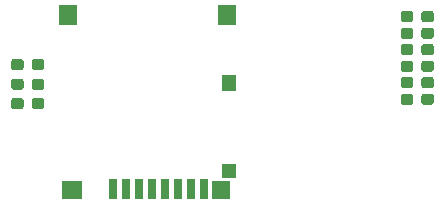
<source format=gbr>
G04 #@! TF.GenerationSoftware,KiCad,Pcbnew,(5.1.2)-1*
G04 #@! TF.CreationDate,2019-05-30T13:03:44-04:00*
G04 #@! TF.ProjectId,ZeroPilot,5a65726f-5069-46c6-9f74-2e6b69636164,rev?*
G04 #@! TF.SameCoordinates,Original*
G04 #@! TF.FileFunction,Paste,Bot*
G04 #@! TF.FilePolarity,Positive*
%FSLAX46Y46*%
G04 Gerber Fmt 4.6, Leading zero omitted, Abs format (unit mm)*
G04 Created by KiCad (PCBNEW (5.1.2)-1) date 2019-05-30 13:03:44*
%MOMM*%
%LPD*%
G04 APERTURE LIST*
%ADD10C,0.100000*%
%ADD11C,0.950000*%
%ADD12R,0.800100X1.678940*%
%ADD13R,1.290320X1.300480*%
%ADD14R,1.501140X1.699260*%
%ADD15R,1.699260X1.501140*%
%ADD16R,1.290320X1.399540*%
%ADD17R,1.600200X1.501140*%
G04 APERTURE END LIST*
D10*
G36*
X79925779Y-106600144D02*
G01*
X79948834Y-106603563D01*
X79971443Y-106609227D01*
X79993387Y-106617079D01*
X80014457Y-106627044D01*
X80034448Y-106639026D01*
X80053168Y-106652910D01*
X80070438Y-106668562D01*
X80086090Y-106685832D01*
X80099974Y-106704552D01*
X80111956Y-106724543D01*
X80121921Y-106745613D01*
X80129773Y-106767557D01*
X80135437Y-106790166D01*
X80138856Y-106813221D01*
X80140000Y-106836500D01*
X80140000Y-107311500D01*
X80138856Y-107334779D01*
X80135437Y-107357834D01*
X80129773Y-107380443D01*
X80121921Y-107402387D01*
X80111956Y-107423457D01*
X80099974Y-107443448D01*
X80086090Y-107462168D01*
X80070438Y-107479438D01*
X80053168Y-107495090D01*
X80034448Y-107508974D01*
X80014457Y-107520956D01*
X79993387Y-107530921D01*
X79971443Y-107538773D01*
X79948834Y-107544437D01*
X79925779Y-107547856D01*
X79902500Y-107549000D01*
X79327500Y-107549000D01*
X79304221Y-107547856D01*
X79281166Y-107544437D01*
X79258557Y-107538773D01*
X79236613Y-107530921D01*
X79215543Y-107520956D01*
X79195552Y-107508974D01*
X79176832Y-107495090D01*
X79159562Y-107479438D01*
X79143910Y-107462168D01*
X79130026Y-107443448D01*
X79118044Y-107423457D01*
X79108079Y-107402387D01*
X79100227Y-107380443D01*
X79094563Y-107357834D01*
X79091144Y-107334779D01*
X79090000Y-107311500D01*
X79090000Y-106836500D01*
X79091144Y-106813221D01*
X79094563Y-106790166D01*
X79100227Y-106767557D01*
X79108079Y-106745613D01*
X79118044Y-106724543D01*
X79130026Y-106704552D01*
X79143910Y-106685832D01*
X79159562Y-106668562D01*
X79176832Y-106652910D01*
X79195552Y-106639026D01*
X79215543Y-106627044D01*
X79236613Y-106617079D01*
X79258557Y-106609227D01*
X79281166Y-106603563D01*
X79304221Y-106600144D01*
X79327500Y-106599000D01*
X79902500Y-106599000D01*
X79925779Y-106600144D01*
X79925779Y-106600144D01*
G37*
D11*
X79615000Y-107074000D03*
D10*
G36*
X78175779Y-106600144D02*
G01*
X78198834Y-106603563D01*
X78221443Y-106609227D01*
X78243387Y-106617079D01*
X78264457Y-106627044D01*
X78284448Y-106639026D01*
X78303168Y-106652910D01*
X78320438Y-106668562D01*
X78336090Y-106685832D01*
X78349974Y-106704552D01*
X78361956Y-106724543D01*
X78371921Y-106745613D01*
X78379773Y-106767557D01*
X78385437Y-106790166D01*
X78388856Y-106813221D01*
X78390000Y-106836500D01*
X78390000Y-107311500D01*
X78388856Y-107334779D01*
X78385437Y-107357834D01*
X78379773Y-107380443D01*
X78371921Y-107402387D01*
X78361956Y-107423457D01*
X78349974Y-107443448D01*
X78336090Y-107462168D01*
X78320438Y-107479438D01*
X78303168Y-107495090D01*
X78284448Y-107508974D01*
X78264457Y-107520956D01*
X78243387Y-107530921D01*
X78221443Y-107538773D01*
X78198834Y-107544437D01*
X78175779Y-107547856D01*
X78152500Y-107549000D01*
X77577500Y-107549000D01*
X77554221Y-107547856D01*
X77531166Y-107544437D01*
X77508557Y-107538773D01*
X77486613Y-107530921D01*
X77465543Y-107520956D01*
X77445552Y-107508974D01*
X77426832Y-107495090D01*
X77409562Y-107479438D01*
X77393910Y-107462168D01*
X77380026Y-107443448D01*
X77368044Y-107423457D01*
X77358079Y-107402387D01*
X77350227Y-107380443D01*
X77344563Y-107357834D01*
X77341144Y-107334779D01*
X77340000Y-107311500D01*
X77340000Y-106836500D01*
X77341144Y-106813221D01*
X77344563Y-106790166D01*
X77350227Y-106767557D01*
X77358079Y-106745613D01*
X77368044Y-106724543D01*
X77380026Y-106704552D01*
X77393910Y-106685832D01*
X77409562Y-106668562D01*
X77426832Y-106652910D01*
X77445552Y-106639026D01*
X77465543Y-106627044D01*
X77486613Y-106617079D01*
X77508557Y-106609227D01*
X77531166Y-106603563D01*
X77554221Y-106600144D01*
X77577500Y-106599000D01*
X78152500Y-106599000D01*
X78175779Y-106600144D01*
X78175779Y-106600144D01*
G37*
D11*
X77865000Y-107074000D03*
D10*
G36*
X79925779Y-108238144D02*
G01*
X79948834Y-108241563D01*
X79971443Y-108247227D01*
X79993387Y-108255079D01*
X80014457Y-108265044D01*
X80034448Y-108277026D01*
X80053168Y-108290910D01*
X80070438Y-108306562D01*
X80086090Y-108323832D01*
X80099974Y-108342552D01*
X80111956Y-108362543D01*
X80121921Y-108383613D01*
X80129773Y-108405557D01*
X80135437Y-108428166D01*
X80138856Y-108451221D01*
X80140000Y-108474500D01*
X80140000Y-108949500D01*
X80138856Y-108972779D01*
X80135437Y-108995834D01*
X80129773Y-109018443D01*
X80121921Y-109040387D01*
X80111956Y-109061457D01*
X80099974Y-109081448D01*
X80086090Y-109100168D01*
X80070438Y-109117438D01*
X80053168Y-109133090D01*
X80034448Y-109146974D01*
X80014457Y-109158956D01*
X79993387Y-109168921D01*
X79971443Y-109176773D01*
X79948834Y-109182437D01*
X79925779Y-109185856D01*
X79902500Y-109187000D01*
X79327500Y-109187000D01*
X79304221Y-109185856D01*
X79281166Y-109182437D01*
X79258557Y-109176773D01*
X79236613Y-109168921D01*
X79215543Y-109158956D01*
X79195552Y-109146974D01*
X79176832Y-109133090D01*
X79159562Y-109117438D01*
X79143910Y-109100168D01*
X79130026Y-109081448D01*
X79118044Y-109061457D01*
X79108079Y-109040387D01*
X79100227Y-109018443D01*
X79094563Y-108995834D01*
X79091144Y-108972779D01*
X79090000Y-108949500D01*
X79090000Y-108474500D01*
X79091144Y-108451221D01*
X79094563Y-108428166D01*
X79100227Y-108405557D01*
X79108079Y-108383613D01*
X79118044Y-108362543D01*
X79130026Y-108342552D01*
X79143910Y-108323832D01*
X79159562Y-108306562D01*
X79176832Y-108290910D01*
X79195552Y-108277026D01*
X79215543Y-108265044D01*
X79236613Y-108255079D01*
X79258557Y-108247227D01*
X79281166Y-108241563D01*
X79304221Y-108238144D01*
X79327500Y-108237000D01*
X79902500Y-108237000D01*
X79925779Y-108238144D01*
X79925779Y-108238144D01*
G37*
D11*
X79615000Y-108712000D03*
D10*
G36*
X78175779Y-108238144D02*
G01*
X78198834Y-108241563D01*
X78221443Y-108247227D01*
X78243387Y-108255079D01*
X78264457Y-108265044D01*
X78284448Y-108277026D01*
X78303168Y-108290910D01*
X78320438Y-108306562D01*
X78336090Y-108323832D01*
X78349974Y-108342552D01*
X78361956Y-108362543D01*
X78371921Y-108383613D01*
X78379773Y-108405557D01*
X78385437Y-108428166D01*
X78388856Y-108451221D01*
X78390000Y-108474500D01*
X78390000Y-108949500D01*
X78388856Y-108972779D01*
X78385437Y-108995834D01*
X78379773Y-109018443D01*
X78371921Y-109040387D01*
X78361956Y-109061457D01*
X78349974Y-109081448D01*
X78336090Y-109100168D01*
X78320438Y-109117438D01*
X78303168Y-109133090D01*
X78284448Y-109146974D01*
X78264457Y-109158956D01*
X78243387Y-109168921D01*
X78221443Y-109176773D01*
X78198834Y-109182437D01*
X78175779Y-109185856D01*
X78152500Y-109187000D01*
X77577500Y-109187000D01*
X77554221Y-109185856D01*
X77531166Y-109182437D01*
X77508557Y-109176773D01*
X77486613Y-109168921D01*
X77465543Y-109158956D01*
X77445552Y-109146974D01*
X77426832Y-109133090D01*
X77409562Y-109117438D01*
X77393910Y-109100168D01*
X77380026Y-109081448D01*
X77368044Y-109061457D01*
X77358079Y-109040387D01*
X77350227Y-109018443D01*
X77344563Y-108995834D01*
X77341144Y-108972779D01*
X77340000Y-108949500D01*
X77340000Y-108474500D01*
X77341144Y-108451221D01*
X77344563Y-108428166D01*
X77350227Y-108405557D01*
X77358079Y-108383613D01*
X77368044Y-108362543D01*
X77380026Y-108342552D01*
X77393910Y-108323832D01*
X77409562Y-108306562D01*
X77426832Y-108290910D01*
X77445552Y-108277026D01*
X77465543Y-108265044D01*
X77486613Y-108255079D01*
X77508557Y-108247227D01*
X77531166Y-108241563D01*
X77554221Y-108238144D01*
X77577500Y-108237000D01*
X78152500Y-108237000D01*
X78175779Y-108238144D01*
X78175779Y-108238144D01*
G37*
D11*
X77865000Y-108712000D03*
D10*
G36*
X79925779Y-104936144D02*
G01*
X79948834Y-104939563D01*
X79971443Y-104945227D01*
X79993387Y-104953079D01*
X80014457Y-104963044D01*
X80034448Y-104975026D01*
X80053168Y-104988910D01*
X80070438Y-105004562D01*
X80086090Y-105021832D01*
X80099974Y-105040552D01*
X80111956Y-105060543D01*
X80121921Y-105081613D01*
X80129773Y-105103557D01*
X80135437Y-105126166D01*
X80138856Y-105149221D01*
X80140000Y-105172500D01*
X80140000Y-105647500D01*
X80138856Y-105670779D01*
X80135437Y-105693834D01*
X80129773Y-105716443D01*
X80121921Y-105738387D01*
X80111956Y-105759457D01*
X80099974Y-105779448D01*
X80086090Y-105798168D01*
X80070438Y-105815438D01*
X80053168Y-105831090D01*
X80034448Y-105844974D01*
X80014457Y-105856956D01*
X79993387Y-105866921D01*
X79971443Y-105874773D01*
X79948834Y-105880437D01*
X79925779Y-105883856D01*
X79902500Y-105885000D01*
X79327500Y-105885000D01*
X79304221Y-105883856D01*
X79281166Y-105880437D01*
X79258557Y-105874773D01*
X79236613Y-105866921D01*
X79215543Y-105856956D01*
X79195552Y-105844974D01*
X79176832Y-105831090D01*
X79159562Y-105815438D01*
X79143910Y-105798168D01*
X79130026Y-105779448D01*
X79118044Y-105759457D01*
X79108079Y-105738387D01*
X79100227Y-105716443D01*
X79094563Y-105693834D01*
X79091144Y-105670779D01*
X79090000Y-105647500D01*
X79090000Y-105172500D01*
X79091144Y-105149221D01*
X79094563Y-105126166D01*
X79100227Y-105103557D01*
X79108079Y-105081613D01*
X79118044Y-105060543D01*
X79130026Y-105040552D01*
X79143910Y-105021832D01*
X79159562Y-105004562D01*
X79176832Y-104988910D01*
X79195552Y-104975026D01*
X79215543Y-104963044D01*
X79236613Y-104953079D01*
X79258557Y-104945227D01*
X79281166Y-104939563D01*
X79304221Y-104936144D01*
X79327500Y-104935000D01*
X79902500Y-104935000D01*
X79925779Y-104936144D01*
X79925779Y-104936144D01*
G37*
D11*
X79615000Y-105410000D03*
D10*
G36*
X78175779Y-104936144D02*
G01*
X78198834Y-104939563D01*
X78221443Y-104945227D01*
X78243387Y-104953079D01*
X78264457Y-104963044D01*
X78284448Y-104975026D01*
X78303168Y-104988910D01*
X78320438Y-105004562D01*
X78336090Y-105021832D01*
X78349974Y-105040552D01*
X78361956Y-105060543D01*
X78371921Y-105081613D01*
X78379773Y-105103557D01*
X78385437Y-105126166D01*
X78388856Y-105149221D01*
X78390000Y-105172500D01*
X78390000Y-105647500D01*
X78388856Y-105670779D01*
X78385437Y-105693834D01*
X78379773Y-105716443D01*
X78371921Y-105738387D01*
X78361956Y-105759457D01*
X78349974Y-105779448D01*
X78336090Y-105798168D01*
X78320438Y-105815438D01*
X78303168Y-105831090D01*
X78284448Y-105844974D01*
X78264457Y-105856956D01*
X78243387Y-105866921D01*
X78221443Y-105874773D01*
X78198834Y-105880437D01*
X78175779Y-105883856D01*
X78152500Y-105885000D01*
X77577500Y-105885000D01*
X77554221Y-105883856D01*
X77531166Y-105880437D01*
X77508557Y-105874773D01*
X77486613Y-105866921D01*
X77465543Y-105856956D01*
X77445552Y-105844974D01*
X77426832Y-105831090D01*
X77409562Y-105815438D01*
X77393910Y-105798168D01*
X77380026Y-105779448D01*
X77368044Y-105759457D01*
X77358079Y-105738387D01*
X77350227Y-105716443D01*
X77344563Y-105693834D01*
X77341144Y-105670779D01*
X77340000Y-105647500D01*
X77340000Y-105172500D01*
X77341144Y-105149221D01*
X77344563Y-105126166D01*
X77350227Y-105103557D01*
X77358079Y-105081613D01*
X77368044Y-105060543D01*
X77380026Y-105040552D01*
X77393910Y-105021832D01*
X77409562Y-105004562D01*
X77426832Y-104988910D01*
X77445552Y-104975026D01*
X77465543Y-104963044D01*
X77486613Y-104953079D01*
X77508557Y-104945227D01*
X77531166Y-104939563D01*
X77554221Y-104936144D01*
X77577500Y-104935000D01*
X78152500Y-104935000D01*
X78175779Y-104936144D01*
X78175779Y-104936144D01*
G37*
D11*
X77865000Y-105410000D03*
D10*
G36*
X112907779Y-102282144D02*
G01*
X112930834Y-102285563D01*
X112953443Y-102291227D01*
X112975387Y-102299079D01*
X112996457Y-102309044D01*
X113016448Y-102321026D01*
X113035168Y-102334910D01*
X113052438Y-102350562D01*
X113068090Y-102367832D01*
X113081974Y-102386552D01*
X113093956Y-102406543D01*
X113103921Y-102427613D01*
X113111773Y-102449557D01*
X113117437Y-102472166D01*
X113120856Y-102495221D01*
X113122000Y-102518500D01*
X113122000Y-102993500D01*
X113120856Y-103016779D01*
X113117437Y-103039834D01*
X113111773Y-103062443D01*
X113103921Y-103084387D01*
X113093956Y-103105457D01*
X113081974Y-103125448D01*
X113068090Y-103144168D01*
X113052438Y-103161438D01*
X113035168Y-103177090D01*
X113016448Y-103190974D01*
X112996457Y-103202956D01*
X112975387Y-103212921D01*
X112953443Y-103220773D01*
X112930834Y-103226437D01*
X112907779Y-103229856D01*
X112884500Y-103231000D01*
X112309500Y-103231000D01*
X112286221Y-103229856D01*
X112263166Y-103226437D01*
X112240557Y-103220773D01*
X112218613Y-103212921D01*
X112197543Y-103202956D01*
X112177552Y-103190974D01*
X112158832Y-103177090D01*
X112141562Y-103161438D01*
X112125910Y-103144168D01*
X112112026Y-103125448D01*
X112100044Y-103105457D01*
X112090079Y-103084387D01*
X112082227Y-103062443D01*
X112076563Y-103039834D01*
X112073144Y-103016779D01*
X112072000Y-102993500D01*
X112072000Y-102518500D01*
X112073144Y-102495221D01*
X112076563Y-102472166D01*
X112082227Y-102449557D01*
X112090079Y-102427613D01*
X112100044Y-102406543D01*
X112112026Y-102386552D01*
X112125910Y-102367832D01*
X112141562Y-102350562D01*
X112158832Y-102334910D01*
X112177552Y-102321026D01*
X112197543Y-102309044D01*
X112218613Y-102299079D01*
X112240557Y-102291227D01*
X112263166Y-102285563D01*
X112286221Y-102282144D01*
X112309500Y-102281000D01*
X112884500Y-102281000D01*
X112907779Y-102282144D01*
X112907779Y-102282144D01*
G37*
D11*
X112597000Y-102756000D03*
D10*
G36*
X111157779Y-102282144D02*
G01*
X111180834Y-102285563D01*
X111203443Y-102291227D01*
X111225387Y-102299079D01*
X111246457Y-102309044D01*
X111266448Y-102321026D01*
X111285168Y-102334910D01*
X111302438Y-102350562D01*
X111318090Y-102367832D01*
X111331974Y-102386552D01*
X111343956Y-102406543D01*
X111353921Y-102427613D01*
X111361773Y-102449557D01*
X111367437Y-102472166D01*
X111370856Y-102495221D01*
X111372000Y-102518500D01*
X111372000Y-102993500D01*
X111370856Y-103016779D01*
X111367437Y-103039834D01*
X111361773Y-103062443D01*
X111353921Y-103084387D01*
X111343956Y-103105457D01*
X111331974Y-103125448D01*
X111318090Y-103144168D01*
X111302438Y-103161438D01*
X111285168Y-103177090D01*
X111266448Y-103190974D01*
X111246457Y-103202956D01*
X111225387Y-103212921D01*
X111203443Y-103220773D01*
X111180834Y-103226437D01*
X111157779Y-103229856D01*
X111134500Y-103231000D01*
X110559500Y-103231000D01*
X110536221Y-103229856D01*
X110513166Y-103226437D01*
X110490557Y-103220773D01*
X110468613Y-103212921D01*
X110447543Y-103202956D01*
X110427552Y-103190974D01*
X110408832Y-103177090D01*
X110391562Y-103161438D01*
X110375910Y-103144168D01*
X110362026Y-103125448D01*
X110350044Y-103105457D01*
X110340079Y-103084387D01*
X110332227Y-103062443D01*
X110326563Y-103039834D01*
X110323144Y-103016779D01*
X110322000Y-102993500D01*
X110322000Y-102518500D01*
X110323144Y-102495221D01*
X110326563Y-102472166D01*
X110332227Y-102449557D01*
X110340079Y-102427613D01*
X110350044Y-102406543D01*
X110362026Y-102386552D01*
X110375910Y-102367832D01*
X110391562Y-102350562D01*
X110408832Y-102334910D01*
X110427552Y-102321026D01*
X110447543Y-102309044D01*
X110468613Y-102299079D01*
X110490557Y-102291227D01*
X110513166Y-102285563D01*
X110536221Y-102282144D01*
X110559500Y-102281000D01*
X111134500Y-102281000D01*
X111157779Y-102282144D01*
X111157779Y-102282144D01*
G37*
D11*
X110847000Y-102756000D03*
D10*
G36*
X111157779Y-100885144D02*
G01*
X111180834Y-100888563D01*
X111203443Y-100894227D01*
X111225387Y-100902079D01*
X111246457Y-100912044D01*
X111266448Y-100924026D01*
X111285168Y-100937910D01*
X111302438Y-100953562D01*
X111318090Y-100970832D01*
X111331974Y-100989552D01*
X111343956Y-101009543D01*
X111353921Y-101030613D01*
X111361773Y-101052557D01*
X111367437Y-101075166D01*
X111370856Y-101098221D01*
X111372000Y-101121500D01*
X111372000Y-101596500D01*
X111370856Y-101619779D01*
X111367437Y-101642834D01*
X111361773Y-101665443D01*
X111353921Y-101687387D01*
X111343956Y-101708457D01*
X111331974Y-101728448D01*
X111318090Y-101747168D01*
X111302438Y-101764438D01*
X111285168Y-101780090D01*
X111266448Y-101793974D01*
X111246457Y-101805956D01*
X111225387Y-101815921D01*
X111203443Y-101823773D01*
X111180834Y-101829437D01*
X111157779Y-101832856D01*
X111134500Y-101834000D01*
X110559500Y-101834000D01*
X110536221Y-101832856D01*
X110513166Y-101829437D01*
X110490557Y-101823773D01*
X110468613Y-101815921D01*
X110447543Y-101805956D01*
X110427552Y-101793974D01*
X110408832Y-101780090D01*
X110391562Y-101764438D01*
X110375910Y-101747168D01*
X110362026Y-101728448D01*
X110350044Y-101708457D01*
X110340079Y-101687387D01*
X110332227Y-101665443D01*
X110326563Y-101642834D01*
X110323144Y-101619779D01*
X110322000Y-101596500D01*
X110322000Y-101121500D01*
X110323144Y-101098221D01*
X110326563Y-101075166D01*
X110332227Y-101052557D01*
X110340079Y-101030613D01*
X110350044Y-101009543D01*
X110362026Y-100989552D01*
X110375910Y-100970832D01*
X110391562Y-100953562D01*
X110408832Y-100937910D01*
X110427552Y-100924026D01*
X110447543Y-100912044D01*
X110468613Y-100902079D01*
X110490557Y-100894227D01*
X110513166Y-100888563D01*
X110536221Y-100885144D01*
X110559500Y-100884000D01*
X111134500Y-100884000D01*
X111157779Y-100885144D01*
X111157779Y-100885144D01*
G37*
D11*
X110847000Y-101359000D03*
D10*
G36*
X112907779Y-100885144D02*
G01*
X112930834Y-100888563D01*
X112953443Y-100894227D01*
X112975387Y-100902079D01*
X112996457Y-100912044D01*
X113016448Y-100924026D01*
X113035168Y-100937910D01*
X113052438Y-100953562D01*
X113068090Y-100970832D01*
X113081974Y-100989552D01*
X113093956Y-101009543D01*
X113103921Y-101030613D01*
X113111773Y-101052557D01*
X113117437Y-101075166D01*
X113120856Y-101098221D01*
X113122000Y-101121500D01*
X113122000Y-101596500D01*
X113120856Y-101619779D01*
X113117437Y-101642834D01*
X113111773Y-101665443D01*
X113103921Y-101687387D01*
X113093956Y-101708457D01*
X113081974Y-101728448D01*
X113068090Y-101747168D01*
X113052438Y-101764438D01*
X113035168Y-101780090D01*
X113016448Y-101793974D01*
X112996457Y-101805956D01*
X112975387Y-101815921D01*
X112953443Y-101823773D01*
X112930834Y-101829437D01*
X112907779Y-101832856D01*
X112884500Y-101834000D01*
X112309500Y-101834000D01*
X112286221Y-101832856D01*
X112263166Y-101829437D01*
X112240557Y-101823773D01*
X112218613Y-101815921D01*
X112197543Y-101805956D01*
X112177552Y-101793974D01*
X112158832Y-101780090D01*
X112141562Y-101764438D01*
X112125910Y-101747168D01*
X112112026Y-101728448D01*
X112100044Y-101708457D01*
X112090079Y-101687387D01*
X112082227Y-101665443D01*
X112076563Y-101642834D01*
X112073144Y-101619779D01*
X112072000Y-101596500D01*
X112072000Y-101121500D01*
X112073144Y-101098221D01*
X112076563Y-101075166D01*
X112082227Y-101052557D01*
X112090079Y-101030613D01*
X112100044Y-101009543D01*
X112112026Y-100989552D01*
X112125910Y-100970832D01*
X112141562Y-100953562D01*
X112158832Y-100937910D01*
X112177552Y-100924026D01*
X112197543Y-100912044D01*
X112218613Y-100902079D01*
X112240557Y-100894227D01*
X112263166Y-100888563D01*
X112286221Y-100885144D01*
X112309500Y-100884000D01*
X112884500Y-100884000D01*
X112907779Y-100885144D01*
X112907779Y-100885144D01*
G37*
D11*
X112597000Y-101359000D03*
D10*
G36*
X112907779Y-105076144D02*
G01*
X112930834Y-105079563D01*
X112953443Y-105085227D01*
X112975387Y-105093079D01*
X112996457Y-105103044D01*
X113016448Y-105115026D01*
X113035168Y-105128910D01*
X113052438Y-105144562D01*
X113068090Y-105161832D01*
X113081974Y-105180552D01*
X113093956Y-105200543D01*
X113103921Y-105221613D01*
X113111773Y-105243557D01*
X113117437Y-105266166D01*
X113120856Y-105289221D01*
X113122000Y-105312500D01*
X113122000Y-105787500D01*
X113120856Y-105810779D01*
X113117437Y-105833834D01*
X113111773Y-105856443D01*
X113103921Y-105878387D01*
X113093956Y-105899457D01*
X113081974Y-105919448D01*
X113068090Y-105938168D01*
X113052438Y-105955438D01*
X113035168Y-105971090D01*
X113016448Y-105984974D01*
X112996457Y-105996956D01*
X112975387Y-106006921D01*
X112953443Y-106014773D01*
X112930834Y-106020437D01*
X112907779Y-106023856D01*
X112884500Y-106025000D01*
X112309500Y-106025000D01*
X112286221Y-106023856D01*
X112263166Y-106020437D01*
X112240557Y-106014773D01*
X112218613Y-106006921D01*
X112197543Y-105996956D01*
X112177552Y-105984974D01*
X112158832Y-105971090D01*
X112141562Y-105955438D01*
X112125910Y-105938168D01*
X112112026Y-105919448D01*
X112100044Y-105899457D01*
X112090079Y-105878387D01*
X112082227Y-105856443D01*
X112076563Y-105833834D01*
X112073144Y-105810779D01*
X112072000Y-105787500D01*
X112072000Y-105312500D01*
X112073144Y-105289221D01*
X112076563Y-105266166D01*
X112082227Y-105243557D01*
X112090079Y-105221613D01*
X112100044Y-105200543D01*
X112112026Y-105180552D01*
X112125910Y-105161832D01*
X112141562Y-105144562D01*
X112158832Y-105128910D01*
X112177552Y-105115026D01*
X112197543Y-105103044D01*
X112218613Y-105093079D01*
X112240557Y-105085227D01*
X112263166Y-105079563D01*
X112286221Y-105076144D01*
X112309500Y-105075000D01*
X112884500Y-105075000D01*
X112907779Y-105076144D01*
X112907779Y-105076144D01*
G37*
D11*
X112597000Y-105550000D03*
D10*
G36*
X111157779Y-105076144D02*
G01*
X111180834Y-105079563D01*
X111203443Y-105085227D01*
X111225387Y-105093079D01*
X111246457Y-105103044D01*
X111266448Y-105115026D01*
X111285168Y-105128910D01*
X111302438Y-105144562D01*
X111318090Y-105161832D01*
X111331974Y-105180552D01*
X111343956Y-105200543D01*
X111353921Y-105221613D01*
X111361773Y-105243557D01*
X111367437Y-105266166D01*
X111370856Y-105289221D01*
X111372000Y-105312500D01*
X111372000Y-105787500D01*
X111370856Y-105810779D01*
X111367437Y-105833834D01*
X111361773Y-105856443D01*
X111353921Y-105878387D01*
X111343956Y-105899457D01*
X111331974Y-105919448D01*
X111318090Y-105938168D01*
X111302438Y-105955438D01*
X111285168Y-105971090D01*
X111266448Y-105984974D01*
X111246457Y-105996956D01*
X111225387Y-106006921D01*
X111203443Y-106014773D01*
X111180834Y-106020437D01*
X111157779Y-106023856D01*
X111134500Y-106025000D01*
X110559500Y-106025000D01*
X110536221Y-106023856D01*
X110513166Y-106020437D01*
X110490557Y-106014773D01*
X110468613Y-106006921D01*
X110447543Y-105996956D01*
X110427552Y-105984974D01*
X110408832Y-105971090D01*
X110391562Y-105955438D01*
X110375910Y-105938168D01*
X110362026Y-105919448D01*
X110350044Y-105899457D01*
X110340079Y-105878387D01*
X110332227Y-105856443D01*
X110326563Y-105833834D01*
X110323144Y-105810779D01*
X110322000Y-105787500D01*
X110322000Y-105312500D01*
X110323144Y-105289221D01*
X110326563Y-105266166D01*
X110332227Y-105243557D01*
X110340079Y-105221613D01*
X110350044Y-105200543D01*
X110362026Y-105180552D01*
X110375910Y-105161832D01*
X110391562Y-105144562D01*
X110408832Y-105128910D01*
X110427552Y-105115026D01*
X110447543Y-105103044D01*
X110468613Y-105093079D01*
X110490557Y-105085227D01*
X110513166Y-105079563D01*
X110536221Y-105076144D01*
X110559500Y-105075000D01*
X111134500Y-105075000D01*
X111157779Y-105076144D01*
X111157779Y-105076144D01*
G37*
D11*
X110847000Y-105550000D03*
D10*
G36*
X111157779Y-103679144D02*
G01*
X111180834Y-103682563D01*
X111203443Y-103688227D01*
X111225387Y-103696079D01*
X111246457Y-103706044D01*
X111266448Y-103718026D01*
X111285168Y-103731910D01*
X111302438Y-103747562D01*
X111318090Y-103764832D01*
X111331974Y-103783552D01*
X111343956Y-103803543D01*
X111353921Y-103824613D01*
X111361773Y-103846557D01*
X111367437Y-103869166D01*
X111370856Y-103892221D01*
X111372000Y-103915500D01*
X111372000Y-104390500D01*
X111370856Y-104413779D01*
X111367437Y-104436834D01*
X111361773Y-104459443D01*
X111353921Y-104481387D01*
X111343956Y-104502457D01*
X111331974Y-104522448D01*
X111318090Y-104541168D01*
X111302438Y-104558438D01*
X111285168Y-104574090D01*
X111266448Y-104587974D01*
X111246457Y-104599956D01*
X111225387Y-104609921D01*
X111203443Y-104617773D01*
X111180834Y-104623437D01*
X111157779Y-104626856D01*
X111134500Y-104628000D01*
X110559500Y-104628000D01*
X110536221Y-104626856D01*
X110513166Y-104623437D01*
X110490557Y-104617773D01*
X110468613Y-104609921D01*
X110447543Y-104599956D01*
X110427552Y-104587974D01*
X110408832Y-104574090D01*
X110391562Y-104558438D01*
X110375910Y-104541168D01*
X110362026Y-104522448D01*
X110350044Y-104502457D01*
X110340079Y-104481387D01*
X110332227Y-104459443D01*
X110326563Y-104436834D01*
X110323144Y-104413779D01*
X110322000Y-104390500D01*
X110322000Y-103915500D01*
X110323144Y-103892221D01*
X110326563Y-103869166D01*
X110332227Y-103846557D01*
X110340079Y-103824613D01*
X110350044Y-103803543D01*
X110362026Y-103783552D01*
X110375910Y-103764832D01*
X110391562Y-103747562D01*
X110408832Y-103731910D01*
X110427552Y-103718026D01*
X110447543Y-103706044D01*
X110468613Y-103696079D01*
X110490557Y-103688227D01*
X110513166Y-103682563D01*
X110536221Y-103679144D01*
X110559500Y-103678000D01*
X111134500Y-103678000D01*
X111157779Y-103679144D01*
X111157779Y-103679144D01*
G37*
D11*
X110847000Y-104153000D03*
D10*
G36*
X112907779Y-103679144D02*
G01*
X112930834Y-103682563D01*
X112953443Y-103688227D01*
X112975387Y-103696079D01*
X112996457Y-103706044D01*
X113016448Y-103718026D01*
X113035168Y-103731910D01*
X113052438Y-103747562D01*
X113068090Y-103764832D01*
X113081974Y-103783552D01*
X113093956Y-103803543D01*
X113103921Y-103824613D01*
X113111773Y-103846557D01*
X113117437Y-103869166D01*
X113120856Y-103892221D01*
X113122000Y-103915500D01*
X113122000Y-104390500D01*
X113120856Y-104413779D01*
X113117437Y-104436834D01*
X113111773Y-104459443D01*
X113103921Y-104481387D01*
X113093956Y-104502457D01*
X113081974Y-104522448D01*
X113068090Y-104541168D01*
X113052438Y-104558438D01*
X113035168Y-104574090D01*
X113016448Y-104587974D01*
X112996457Y-104599956D01*
X112975387Y-104609921D01*
X112953443Y-104617773D01*
X112930834Y-104623437D01*
X112907779Y-104626856D01*
X112884500Y-104628000D01*
X112309500Y-104628000D01*
X112286221Y-104626856D01*
X112263166Y-104623437D01*
X112240557Y-104617773D01*
X112218613Y-104609921D01*
X112197543Y-104599956D01*
X112177552Y-104587974D01*
X112158832Y-104574090D01*
X112141562Y-104558438D01*
X112125910Y-104541168D01*
X112112026Y-104522448D01*
X112100044Y-104502457D01*
X112090079Y-104481387D01*
X112082227Y-104459443D01*
X112076563Y-104436834D01*
X112073144Y-104413779D01*
X112072000Y-104390500D01*
X112072000Y-103915500D01*
X112073144Y-103892221D01*
X112076563Y-103869166D01*
X112082227Y-103846557D01*
X112090079Y-103824613D01*
X112100044Y-103803543D01*
X112112026Y-103783552D01*
X112125910Y-103764832D01*
X112141562Y-103747562D01*
X112158832Y-103731910D01*
X112177552Y-103718026D01*
X112197543Y-103706044D01*
X112218613Y-103696079D01*
X112240557Y-103688227D01*
X112263166Y-103682563D01*
X112286221Y-103679144D01*
X112309500Y-103678000D01*
X112884500Y-103678000D01*
X112907779Y-103679144D01*
X112907779Y-103679144D01*
G37*
D11*
X112597000Y-104153000D03*
D10*
G36*
X112907779Y-107870144D02*
G01*
X112930834Y-107873563D01*
X112953443Y-107879227D01*
X112975387Y-107887079D01*
X112996457Y-107897044D01*
X113016448Y-107909026D01*
X113035168Y-107922910D01*
X113052438Y-107938562D01*
X113068090Y-107955832D01*
X113081974Y-107974552D01*
X113093956Y-107994543D01*
X113103921Y-108015613D01*
X113111773Y-108037557D01*
X113117437Y-108060166D01*
X113120856Y-108083221D01*
X113122000Y-108106500D01*
X113122000Y-108581500D01*
X113120856Y-108604779D01*
X113117437Y-108627834D01*
X113111773Y-108650443D01*
X113103921Y-108672387D01*
X113093956Y-108693457D01*
X113081974Y-108713448D01*
X113068090Y-108732168D01*
X113052438Y-108749438D01*
X113035168Y-108765090D01*
X113016448Y-108778974D01*
X112996457Y-108790956D01*
X112975387Y-108800921D01*
X112953443Y-108808773D01*
X112930834Y-108814437D01*
X112907779Y-108817856D01*
X112884500Y-108819000D01*
X112309500Y-108819000D01*
X112286221Y-108817856D01*
X112263166Y-108814437D01*
X112240557Y-108808773D01*
X112218613Y-108800921D01*
X112197543Y-108790956D01*
X112177552Y-108778974D01*
X112158832Y-108765090D01*
X112141562Y-108749438D01*
X112125910Y-108732168D01*
X112112026Y-108713448D01*
X112100044Y-108693457D01*
X112090079Y-108672387D01*
X112082227Y-108650443D01*
X112076563Y-108627834D01*
X112073144Y-108604779D01*
X112072000Y-108581500D01*
X112072000Y-108106500D01*
X112073144Y-108083221D01*
X112076563Y-108060166D01*
X112082227Y-108037557D01*
X112090079Y-108015613D01*
X112100044Y-107994543D01*
X112112026Y-107974552D01*
X112125910Y-107955832D01*
X112141562Y-107938562D01*
X112158832Y-107922910D01*
X112177552Y-107909026D01*
X112197543Y-107897044D01*
X112218613Y-107887079D01*
X112240557Y-107879227D01*
X112263166Y-107873563D01*
X112286221Y-107870144D01*
X112309500Y-107869000D01*
X112884500Y-107869000D01*
X112907779Y-107870144D01*
X112907779Y-107870144D01*
G37*
D11*
X112597000Y-108344000D03*
D10*
G36*
X111157779Y-107870144D02*
G01*
X111180834Y-107873563D01*
X111203443Y-107879227D01*
X111225387Y-107887079D01*
X111246457Y-107897044D01*
X111266448Y-107909026D01*
X111285168Y-107922910D01*
X111302438Y-107938562D01*
X111318090Y-107955832D01*
X111331974Y-107974552D01*
X111343956Y-107994543D01*
X111353921Y-108015613D01*
X111361773Y-108037557D01*
X111367437Y-108060166D01*
X111370856Y-108083221D01*
X111372000Y-108106500D01*
X111372000Y-108581500D01*
X111370856Y-108604779D01*
X111367437Y-108627834D01*
X111361773Y-108650443D01*
X111353921Y-108672387D01*
X111343956Y-108693457D01*
X111331974Y-108713448D01*
X111318090Y-108732168D01*
X111302438Y-108749438D01*
X111285168Y-108765090D01*
X111266448Y-108778974D01*
X111246457Y-108790956D01*
X111225387Y-108800921D01*
X111203443Y-108808773D01*
X111180834Y-108814437D01*
X111157779Y-108817856D01*
X111134500Y-108819000D01*
X110559500Y-108819000D01*
X110536221Y-108817856D01*
X110513166Y-108814437D01*
X110490557Y-108808773D01*
X110468613Y-108800921D01*
X110447543Y-108790956D01*
X110427552Y-108778974D01*
X110408832Y-108765090D01*
X110391562Y-108749438D01*
X110375910Y-108732168D01*
X110362026Y-108713448D01*
X110350044Y-108693457D01*
X110340079Y-108672387D01*
X110332227Y-108650443D01*
X110326563Y-108627834D01*
X110323144Y-108604779D01*
X110322000Y-108581500D01*
X110322000Y-108106500D01*
X110323144Y-108083221D01*
X110326563Y-108060166D01*
X110332227Y-108037557D01*
X110340079Y-108015613D01*
X110350044Y-107994543D01*
X110362026Y-107974552D01*
X110375910Y-107955832D01*
X110391562Y-107938562D01*
X110408832Y-107922910D01*
X110427552Y-107909026D01*
X110447543Y-107897044D01*
X110468613Y-107887079D01*
X110490557Y-107879227D01*
X110513166Y-107873563D01*
X110536221Y-107870144D01*
X110559500Y-107869000D01*
X111134500Y-107869000D01*
X111157779Y-107870144D01*
X111157779Y-107870144D01*
G37*
D11*
X110847000Y-108344000D03*
D10*
G36*
X111157779Y-106473144D02*
G01*
X111180834Y-106476563D01*
X111203443Y-106482227D01*
X111225387Y-106490079D01*
X111246457Y-106500044D01*
X111266448Y-106512026D01*
X111285168Y-106525910D01*
X111302438Y-106541562D01*
X111318090Y-106558832D01*
X111331974Y-106577552D01*
X111343956Y-106597543D01*
X111353921Y-106618613D01*
X111361773Y-106640557D01*
X111367437Y-106663166D01*
X111370856Y-106686221D01*
X111372000Y-106709500D01*
X111372000Y-107184500D01*
X111370856Y-107207779D01*
X111367437Y-107230834D01*
X111361773Y-107253443D01*
X111353921Y-107275387D01*
X111343956Y-107296457D01*
X111331974Y-107316448D01*
X111318090Y-107335168D01*
X111302438Y-107352438D01*
X111285168Y-107368090D01*
X111266448Y-107381974D01*
X111246457Y-107393956D01*
X111225387Y-107403921D01*
X111203443Y-107411773D01*
X111180834Y-107417437D01*
X111157779Y-107420856D01*
X111134500Y-107422000D01*
X110559500Y-107422000D01*
X110536221Y-107420856D01*
X110513166Y-107417437D01*
X110490557Y-107411773D01*
X110468613Y-107403921D01*
X110447543Y-107393956D01*
X110427552Y-107381974D01*
X110408832Y-107368090D01*
X110391562Y-107352438D01*
X110375910Y-107335168D01*
X110362026Y-107316448D01*
X110350044Y-107296457D01*
X110340079Y-107275387D01*
X110332227Y-107253443D01*
X110326563Y-107230834D01*
X110323144Y-107207779D01*
X110322000Y-107184500D01*
X110322000Y-106709500D01*
X110323144Y-106686221D01*
X110326563Y-106663166D01*
X110332227Y-106640557D01*
X110340079Y-106618613D01*
X110350044Y-106597543D01*
X110362026Y-106577552D01*
X110375910Y-106558832D01*
X110391562Y-106541562D01*
X110408832Y-106525910D01*
X110427552Y-106512026D01*
X110447543Y-106500044D01*
X110468613Y-106490079D01*
X110490557Y-106482227D01*
X110513166Y-106476563D01*
X110536221Y-106473144D01*
X110559500Y-106472000D01*
X111134500Y-106472000D01*
X111157779Y-106473144D01*
X111157779Y-106473144D01*
G37*
D11*
X110847000Y-106947000D03*
D10*
G36*
X112907779Y-106473144D02*
G01*
X112930834Y-106476563D01*
X112953443Y-106482227D01*
X112975387Y-106490079D01*
X112996457Y-106500044D01*
X113016448Y-106512026D01*
X113035168Y-106525910D01*
X113052438Y-106541562D01*
X113068090Y-106558832D01*
X113081974Y-106577552D01*
X113093956Y-106597543D01*
X113103921Y-106618613D01*
X113111773Y-106640557D01*
X113117437Y-106663166D01*
X113120856Y-106686221D01*
X113122000Y-106709500D01*
X113122000Y-107184500D01*
X113120856Y-107207779D01*
X113117437Y-107230834D01*
X113111773Y-107253443D01*
X113103921Y-107275387D01*
X113093956Y-107296457D01*
X113081974Y-107316448D01*
X113068090Y-107335168D01*
X113052438Y-107352438D01*
X113035168Y-107368090D01*
X113016448Y-107381974D01*
X112996457Y-107393956D01*
X112975387Y-107403921D01*
X112953443Y-107411773D01*
X112930834Y-107417437D01*
X112907779Y-107420856D01*
X112884500Y-107422000D01*
X112309500Y-107422000D01*
X112286221Y-107420856D01*
X112263166Y-107417437D01*
X112240557Y-107411773D01*
X112218613Y-107403921D01*
X112197543Y-107393956D01*
X112177552Y-107381974D01*
X112158832Y-107368090D01*
X112141562Y-107352438D01*
X112125910Y-107335168D01*
X112112026Y-107316448D01*
X112100044Y-107296457D01*
X112090079Y-107275387D01*
X112082227Y-107253443D01*
X112076563Y-107230834D01*
X112073144Y-107207779D01*
X112072000Y-107184500D01*
X112072000Y-106709500D01*
X112073144Y-106686221D01*
X112076563Y-106663166D01*
X112082227Y-106640557D01*
X112090079Y-106618613D01*
X112100044Y-106597543D01*
X112112026Y-106577552D01*
X112125910Y-106558832D01*
X112141562Y-106541562D01*
X112158832Y-106525910D01*
X112177552Y-106512026D01*
X112197543Y-106500044D01*
X112218613Y-106490079D01*
X112240557Y-106482227D01*
X112263166Y-106476563D01*
X112286221Y-106473144D01*
X112309500Y-106472000D01*
X112884500Y-106472000D01*
X112907779Y-106473144D01*
X112907779Y-106473144D01*
G37*
D11*
X112597000Y-106947000D03*
D12*
X93700600Y-115968780D03*
X92600780Y-115968780D03*
X91500960Y-115968780D03*
X90401140Y-115968780D03*
X89298780Y-115968780D03*
X88198960Y-115968780D03*
X87099140Y-115968780D03*
X85999320Y-115968780D03*
D13*
X95755460Y-114409220D03*
D14*
X95648780Y-101208840D03*
D15*
X82450940Y-116060220D03*
D16*
X95755460Y-107010200D03*
D14*
X82151220Y-101208840D03*
D17*
X95110300Y-116060220D03*
M02*

</source>
